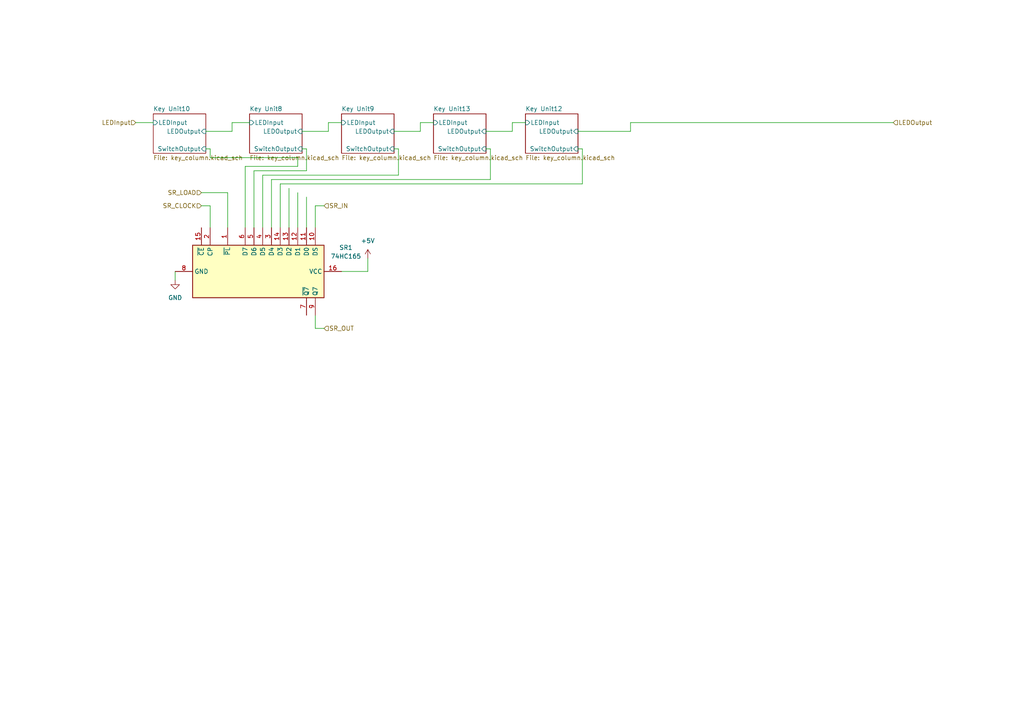
<source format=kicad_sch>
(kicad_sch (version 20230121) (generator eeschema)

  (uuid b5433d73-8168-423a-ba59-1e0a814d59a0)

  (paper "A4")

  (lib_symbols
    (symbol "74xx:74HC165" (in_bom yes) (on_board yes)
      (property "Reference" "U" (at -7.62 19.05 0)
        (effects (font (size 1.27 1.27)))
      )
      (property "Value" "74HC165" (at -7.62 -21.59 0)
        (effects (font (size 1.27 1.27)))
      )
      (property "Footprint" "" (at 0 0 0)
        (effects (font (size 1.27 1.27)) hide)
      )
      (property "Datasheet" "https://assets.nexperia.com/documents/data-sheet/74HC_HCT165.pdf" (at 0 0 0)
        (effects (font (size 1.27 1.27)) hide)
      )
      (property "ki_keywords" "8 bit shift register parallel load cmos" (at 0 0 0)
        (effects (font (size 1.27 1.27)) hide)
      )
      (property "ki_description" "Shift Register, 8-bit, Parallel Load" (at 0 0 0)
        (effects (font (size 1.27 1.27)) hide)
      )
      (property "ki_fp_filters" "DIP?16* SO*16*3.9x9.9mm*P1.27mm* SSOP*16*5.3x6.2mm*P0.65mm* TSSOP*16*4.4x5mm*P0.65*" (at 0 0 0)
        (effects (font (size 1.27 1.27)) hide)
      )
      (symbol "74HC165_1_0"
        (pin input line (at -12.7 -10.16 0) (length 5.08)
          (name "~{PL}" (effects (font (size 1.27 1.27))))
          (number "1" (effects (font (size 1.27 1.27))))
        )
        (pin input line (at -12.7 15.24 0) (length 5.08)
          (name "DS" (effects (font (size 1.27 1.27))))
          (number "10" (effects (font (size 1.27 1.27))))
        )
        (pin input line (at -12.7 12.7 0) (length 5.08)
          (name "D0" (effects (font (size 1.27 1.27))))
          (number "11" (effects (font (size 1.27 1.27))))
        )
        (pin input line (at -12.7 10.16 0) (length 5.08)
          (name "D1" (effects (font (size 1.27 1.27))))
          (number "12" (effects (font (size 1.27 1.27))))
        )
        (pin input line (at -12.7 7.62 0) (length 5.08)
          (name "D2" (effects (font (size 1.27 1.27))))
          (number "13" (effects (font (size 1.27 1.27))))
        )
        (pin input line (at -12.7 5.08 0) (length 5.08)
          (name "D3" (effects (font (size 1.27 1.27))))
          (number "14" (effects (font (size 1.27 1.27))))
        )
        (pin input line (at -12.7 -17.78 0) (length 5.08)
          (name "~{CE}" (effects (font (size 1.27 1.27))))
          (number "15" (effects (font (size 1.27 1.27))))
        )
        (pin power_in line (at 0 22.86 270) (length 5.08)
          (name "VCC" (effects (font (size 1.27 1.27))))
          (number "16" (effects (font (size 1.27 1.27))))
        )
        (pin input line (at -12.7 -15.24 0) (length 5.08)
          (name "CP" (effects (font (size 1.27 1.27))))
          (number "2" (effects (font (size 1.27 1.27))))
        )
        (pin input line (at -12.7 2.54 0) (length 5.08)
          (name "D4" (effects (font (size 1.27 1.27))))
          (number "3" (effects (font (size 1.27 1.27))))
        )
        (pin input line (at -12.7 0 0) (length 5.08)
          (name "D5" (effects (font (size 1.27 1.27))))
          (number "4" (effects (font (size 1.27 1.27))))
        )
        (pin input line (at -12.7 -2.54 0) (length 5.08)
          (name "D6" (effects (font (size 1.27 1.27))))
          (number "5" (effects (font (size 1.27 1.27))))
        )
        (pin input line (at -12.7 -5.08 0) (length 5.08)
          (name "D7" (effects (font (size 1.27 1.27))))
          (number "6" (effects (font (size 1.27 1.27))))
        )
        (pin output line (at 12.7 12.7 180) (length 5.08)
          (name "~{Q7}" (effects (font (size 1.27 1.27))))
          (number "7" (effects (font (size 1.27 1.27))))
        )
        (pin power_in line (at 0 -25.4 90) (length 5.08)
          (name "GND" (effects (font (size 1.27 1.27))))
          (number "8" (effects (font (size 1.27 1.27))))
        )
        (pin output line (at 12.7 15.24 180) (length 5.08)
          (name "Q7" (effects (font (size 1.27 1.27))))
          (number "9" (effects (font (size 1.27 1.27))))
        )
      )
      (symbol "74HC165_1_1"
        (rectangle (start -7.62 17.78) (end 7.62 -20.32)
          (stroke (width 0.254) (type default))
          (fill (type background))
        )
      )
    )
    (symbol "power:+5V" (power) (pin_names (offset 0)) (in_bom yes) (on_board yes)
      (property "Reference" "#PWR" (at 0 -3.81 0)
        (effects (font (size 1.27 1.27)) hide)
      )
      (property "Value" "+5V" (at 0 3.556 0)
        (effects (font (size 1.27 1.27)))
      )
      (property "Footprint" "" (at 0 0 0)
        (effects (font (size 1.27 1.27)) hide)
      )
      (property "Datasheet" "" (at 0 0 0)
        (effects (font (size 1.27 1.27)) hide)
      )
      (property "ki_keywords" "global power" (at 0 0 0)
        (effects (font (size 1.27 1.27)) hide)
      )
      (property "ki_description" "Power symbol creates a global label with name \"+5V\"" (at 0 0 0)
        (effects (font (size 1.27 1.27)) hide)
      )
      (symbol "+5V_0_1"
        (polyline
          (pts
            (xy -0.762 1.27)
            (xy 0 2.54)
          )
          (stroke (width 0) (type default))
          (fill (type none))
        )
        (polyline
          (pts
            (xy 0 0)
            (xy 0 2.54)
          )
          (stroke (width 0) (type default))
          (fill (type none))
        )
        (polyline
          (pts
            (xy 0 2.54)
            (xy 0.762 1.27)
          )
          (stroke (width 0) (type default))
          (fill (type none))
        )
      )
      (symbol "+5V_1_1"
        (pin power_in line (at 0 0 90) (length 0) hide
          (name "+5V" (effects (font (size 1.27 1.27))))
          (number "1" (effects (font (size 1.27 1.27))))
        )
      )
    )
    (symbol "power:GND" (power) (pin_names (offset 0)) (in_bom yes) (on_board yes)
      (property "Reference" "#PWR" (at 0 -6.35 0)
        (effects (font (size 1.27 1.27)) hide)
      )
      (property "Value" "GND" (at 0 -3.81 0)
        (effects (font (size 1.27 1.27)))
      )
      (property "Footprint" "" (at 0 0 0)
        (effects (font (size 1.27 1.27)) hide)
      )
      (property "Datasheet" "" (at 0 0 0)
        (effects (font (size 1.27 1.27)) hide)
      )
      (property "ki_keywords" "global power" (at 0 0 0)
        (effects (font (size 1.27 1.27)) hide)
      )
      (property "ki_description" "Power symbol creates a global label with name \"GND\" , ground" (at 0 0 0)
        (effects (font (size 1.27 1.27)) hide)
      )
      (symbol "GND_0_1"
        (polyline
          (pts
            (xy 0 0)
            (xy 0 -1.27)
            (xy 1.27 -1.27)
            (xy 0 -2.54)
            (xy -1.27 -1.27)
            (xy 0 -1.27)
          )
          (stroke (width 0) (type default))
          (fill (type none))
        )
      )
      (symbol "GND_1_1"
        (pin power_in line (at 0 0 270) (length 0) hide
          (name "GND" (effects (font (size 1.27 1.27))))
          (number "1" (effects (font (size 1.27 1.27))))
        )
      )
    )
  )


  (wire (pts (xy 91.44 59.69) (xy 93.98 59.69))
    (stroke (width 0) (type default))
    (uuid 01407cf0-81c4-4a9e-8882-1ea48eae098a)
  )
  (wire (pts (xy 115.57 50.8) (xy 76.2 50.8))
    (stroke (width 0) (type default))
    (uuid 066abf3e-034e-425b-a86e-b36be9eb69ad)
  )
  (wire (pts (xy 88.9 66.04) (xy 88.9 57.15))
    (stroke (width 0) (type default))
    (uuid 0b6c0d84-346a-43ec-8398-7dc04aa38500)
  )
  (wire (pts (xy 88.9 43.18) (xy 88.9 49.53))
    (stroke (width 0) (type default))
    (uuid 0d41152a-502e-49a0-828c-10d92f68a966)
  )
  (wire (pts (xy 91.44 95.25) (xy 93.98 95.25))
    (stroke (width 0) (type default))
    (uuid 12280a1d-fb65-4b87-b3ec-29d1b3701879)
  )
  (wire (pts (xy 66.04 55.88) (xy 66.04 66.04))
    (stroke (width 0) (type default))
    (uuid 1554fa9e-8727-4fa5-8c2b-d5aec69628c8)
  )
  (wire (pts (xy 60.96 59.69) (xy 60.96 66.04))
    (stroke (width 0) (type default))
    (uuid 20e9d459-8376-464a-8306-c292dc757be5)
  )
  (wire (pts (xy 168.91 53.34) (xy 168.91 43.18))
    (stroke (width 0) (type default))
    (uuid 288dd259-68de-4fb9-a77e-b1d08f3e2347)
  )
  (wire (pts (xy 88.9 49.53) (xy 73.66 49.53))
    (stroke (width 0) (type default))
    (uuid 32b9f986-d11d-4551-856f-7281638c60f2)
  )
  (wire (pts (xy 71.12 48.26) (xy 86.36 48.26))
    (stroke (width 0) (type default))
    (uuid 34ead013-b6e8-48ea-8ca2-d9fa0c53e79e)
  )
  (wire (pts (xy 167.64 38.1) (xy 182.88 38.1))
    (stroke (width 0) (type default))
    (uuid 35577ee2-4828-4ef6-a501-f3406ae88553)
  )
  (wire (pts (xy 114.3 38.1) (xy 121.92 38.1))
    (stroke (width 0) (type default))
    (uuid 3c86ab51-7a49-4272-9314-3fc6ccdbda2d)
  )
  (wire (pts (xy 114.3 43.18) (xy 115.57 43.18))
    (stroke (width 0) (type default))
    (uuid 471a2f59-f66d-451f-b382-c6436b95f9c3)
  )
  (wire (pts (xy 95.25 35.56) (xy 99.06 35.56))
    (stroke (width 0) (type default))
    (uuid 51b914c6-1f31-40b5-815c-39ec370a7fdb)
  )
  (wire (pts (xy 106.68 74.93) (xy 106.68 78.74))
    (stroke (width 0) (type default))
    (uuid 64eadc0c-ace1-401c-ad6e-624e0dcd7e2b)
  )
  (wire (pts (xy 106.68 78.74) (xy 99.06 78.74))
    (stroke (width 0) (type default))
    (uuid 65749821-1215-409f-a16f-fa03d3f9528b)
  )
  (wire (pts (xy 39.37 35.56) (xy 44.45 35.56))
    (stroke (width 0) (type default))
    (uuid 659e2f89-00de-4c18-9f60-9be7de9c282d)
  )
  (wire (pts (xy 87.63 43.18) (xy 88.9 43.18))
    (stroke (width 0) (type default))
    (uuid 68efa617-6663-460f-b516-d653960ca1d2)
  )
  (wire (pts (xy 71.12 66.04) (xy 71.12 48.26))
    (stroke (width 0) (type default))
    (uuid 71b33c23-64dc-4c53-9513-52da0495dce2)
  )
  (wire (pts (xy 73.66 49.53) (xy 73.66 66.04))
    (stroke (width 0) (type default))
    (uuid 76ffee33-e2e8-4c5e-a142-20d7245589fb)
  )
  (wire (pts (xy 121.92 38.1) (xy 121.92 35.56))
    (stroke (width 0) (type default))
    (uuid 7cd60965-62ed-4291-978e-a4d04b61ccb0)
  )
  (wire (pts (xy 50.8 78.74) (xy 50.8 81.28))
    (stroke (width 0) (type default))
    (uuid 7ed36b4d-9d56-4461-af6f-1d0486c1e937)
  )
  (wire (pts (xy 78.74 66.04) (xy 78.74 52.07))
    (stroke (width 0) (type default))
    (uuid 81e024cf-5ede-463f-a424-b4e90c25aa8b)
  )
  (wire (pts (xy 86.36 66.04) (xy 86.36 55.88))
    (stroke (width 0) (type default))
    (uuid 83828f3d-4f79-4ccf-ab40-d57797277fe0)
  )
  (wire (pts (xy 140.97 38.1) (xy 148.59 38.1))
    (stroke (width 0) (type default))
    (uuid 8b29efb8-460a-4de0-8de0-3b444633e7e7)
  )
  (wire (pts (xy 86.36 45.72) (xy 60.96 45.72))
    (stroke (width 0) (type default))
    (uuid 8ecee06f-df23-4f31-9383-a25700ee4a7d)
  )
  (wire (pts (xy 60.96 45.72) (xy 60.96 43.18))
    (stroke (width 0) (type default))
    (uuid 907ebfe1-9a7d-4c2b-a524-77dd352631d9)
  )
  (wire (pts (xy 86.36 48.26) (xy 86.36 45.72))
    (stroke (width 0) (type default))
    (uuid 922f84cc-cc44-4009-a30c-541c1a7de47d)
  )
  (wire (pts (xy 95.25 38.1) (xy 95.25 35.56))
    (stroke (width 0) (type default))
    (uuid 93b7cc12-05e8-484e-9a65-6f29dc42a484)
  )
  (wire (pts (xy 58.42 59.69) (xy 60.96 59.69))
    (stroke (width 0) (type default))
    (uuid 971d1808-9e74-4b38-b639-94dc34311efa)
  )
  (wire (pts (xy 67.31 38.1) (xy 67.31 35.56))
    (stroke (width 0) (type default))
    (uuid 98ce4da6-5dd6-49cd-a57b-8f0553980e35)
  )
  (wire (pts (xy 91.44 91.44) (xy 91.44 95.25))
    (stroke (width 0) (type default))
    (uuid a1470ba7-84f4-4040-82a5-dac1acf37d08)
  )
  (wire (pts (xy 76.2 50.8) (xy 76.2 66.04))
    (stroke (width 0) (type default))
    (uuid a2aa086e-ef25-4753-be3e-778505ce5843)
  )
  (wire (pts (xy 148.59 38.1) (xy 148.59 35.56))
    (stroke (width 0) (type default))
    (uuid a4c5867f-0d00-4d59-a6c9-e766332090e1)
  )
  (wire (pts (xy 67.31 35.56) (xy 72.39 35.56))
    (stroke (width 0) (type default))
    (uuid a7dbbb53-82b4-42d9-ad68-50ab5686d4f2)
  )
  (wire (pts (xy 142.24 43.18) (xy 140.97 43.18))
    (stroke (width 0) (type default))
    (uuid b07d073f-5123-46d1-a4ad-c29f30730004)
  )
  (wire (pts (xy 121.92 35.56) (xy 125.73 35.56))
    (stroke (width 0) (type default))
    (uuid b1162d42-97bd-4e68-82d9-666289addf84)
  )
  (wire (pts (xy 182.88 35.56) (xy 259.08 35.56))
    (stroke (width 0) (type default))
    (uuid b5c022bc-cd85-4459-bc79-03c5427e6e0d)
  )
  (wire (pts (xy 58.42 55.88) (xy 66.04 55.88))
    (stroke (width 0) (type default))
    (uuid b7ed8a3a-d3a5-4340-ab62-8ab0dbdb2d9d)
  )
  (wire (pts (xy 81.28 53.34) (xy 168.91 53.34))
    (stroke (width 0) (type default))
    (uuid bb56cd1e-e666-402b-a5f6-a63cb31369e0)
  )
  (wire (pts (xy 78.74 52.07) (xy 142.24 52.07))
    (stroke (width 0) (type default))
    (uuid c1e68335-29cd-4d8f-88cb-a173dc235cf0)
  )
  (wire (pts (xy 59.69 38.1) (xy 67.31 38.1))
    (stroke (width 0) (type default))
    (uuid ca6632a5-17b0-497b-a133-d80cf168c0d4)
  )
  (wire (pts (xy 168.91 43.18) (xy 167.64 43.18))
    (stroke (width 0) (type default))
    (uuid d64416cd-986b-47b4-bc7e-29fcbbc80843)
  )
  (wire (pts (xy 83.82 66.04) (xy 83.82 54.61))
    (stroke (width 0) (type default))
    (uuid d88e2686-0fb0-4f87-bacd-27d5c333ddc8)
  )
  (wire (pts (xy 182.88 38.1) (xy 182.88 35.56))
    (stroke (width 0) (type default))
    (uuid de13bb11-428f-424b-a821-ac4079c7b2a0)
  )
  (wire (pts (xy 91.44 66.04) (xy 91.44 59.69))
    (stroke (width 0) (type default))
    (uuid e4d1965d-02e7-4ea8-b080-f7ca2b82ef12)
  )
  (wire (pts (xy 142.24 52.07) (xy 142.24 43.18))
    (stroke (width 0) (type default))
    (uuid e74283f0-75ff-49a4-a615-3f448fb43579)
  )
  (wire (pts (xy 148.59 35.56) (xy 152.4 35.56))
    (stroke (width 0) (type default))
    (uuid ec7412bd-99d2-4945-b15e-319e3c9ae2ee)
  )
  (wire (pts (xy 115.57 43.18) (xy 115.57 50.8))
    (stroke (width 0) (type default))
    (uuid ecffd126-97bf-4348-a204-4cdba391a6c7)
  )
  (wire (pts (xy 87.63 38.1) (xy 95.25 38.1))
    (stroke (width 0) (type default))
    (uuid f3c2fabe-4cfe-443a-a892-508f762d0fb7)
  )
  (wire (pts (xy 60.96 43.18) (xy 59.69 43.18))
    (stroke (width 0) (type default))
    (uuid fced4ea6-e595-4f23-b84c-3a3fac688a9c)
  )
  (wire (pts (xy 81.28 66.04) (xy 81.28 53.34))
    (stroke (width 0) (type default))
    (uuid ff853b8c-c7c1-40e2-906a-0adccebd773c)
  )

  (hierarchical_label "LEDOutput" (shape input) (at 259.08 35.56 0) (fields_autoplaced)
    (effects (font (size 1.27 1.27)) (justify left))
    (uuid 0c556061-2220-45e2-a29c-c1f8e9ee866e)
  )
  (hierarchical_label "LEDInput" (shape input) (at 39.37 35.56 180) (fields_autoplaced)
    (effects (font (size 1.27 1.27)) (justify right))
    (uuid 44113738-270c-4879-afb8-d512680b0c65)
  )
  (hierarchical_label "SR_IN" (shape input) (at 93.98 59.69 0) (fields_autoplaced)
    (effects (font (size 1.27 1.27)) (justify left))
    (uuid 53bda265-98fc-40b1-afbc-9280a2470d15)
  )
  (hierarchical_label "SR_LOAD" (shape input) (at 58.42 55.88 180) (fields_autoplaced)
    (effects (font (size 1.27 1.27)) (justify right))
    (uuid 7ee42df5-a2af-4cb8-af20-92318ac215d6)
  )
  (hierarchical_label "SR_OUT" (shape input) (at 93.98 95.25 0) (fields_autoplaced)
    (effects (font (size 1.27 1.27)) (justify left))
    (uuid 9b6e7cbe-d798-446b-b450-fd9fb5c9fd56)
  )
  (hierarchical_label "SR_CLOCK" (shape input) (at 58.42 59.69 180) (fields_autoplaced)
    (effects (font (size 1.27 1.27)) (justify right))
    (uuid c9754bab-b928-4417-9490-e2170d766075)
  )

  (symbol (lib_id "74xx:74HC165") (at 76.2 78.74 270) (unit 1)
    (in_bom yes) (on_board yes) (dnp no) (fields_autoplaced)
    (uuid 2891bfa9-e7c9-4080-a2ed-78195f9eb774)
    (property "Reference" "SR1" (at 100.33 71.8119 90)
      (effects (font (size 1.27 1.27)))
    )
    (property "Value" "74HC165" (at 100.33 74.3519 90)
      (effects (font (size 1.27 1.27)))
    )
    (property "Footprint" "Package_SO:SOIC-16_3.9x9.9mm_P1.27mm" (at 76.2 78.74 0)
      (effects (font (size 1.27 1.27)) hide)
    )
    (property "Datasheet" "https://assets.nexperia.com/documents/data-sheet/74HC_HCT165.pdf" (at 76.2 78.74 0)
      (effects (font (size 1.27 1.27)) hide)
    )
    (pin "1" (uuid 145506d8-5b47-4045-a093-1bece6a596a5))
    (pin "10" (uuid 0d066bf3-dacc-40f5-adec-463ce8cd1b7f))
    (pin "11" (uuid 757353f0-bbff-40ae-bd13-8869963d5a37))
    (pin "12" (uuid 8f7b6999-475c-4ceb-8511-9bf3d4682012))
    (pin "13" (uuid 259cb7db-1b40-4e23-ade0-28d2a3ef4215))
    (pin "14" (uuid a8f38fd7-d296-4e51-a0b0-6b6423b0958d))
    (pin "15" (uuid 3c8ccf28-a743-4e74-a42f-60c259040311))
    (pin "16" (uuid 680abb57-af45-4ebf-8f26-ba1e0fd4e4fa))
    (pin "2" (uuid 00dcb64f-d541-4f27-9f0c-91c58216ea92))
    (pin "3" (uuid 70d21326-b870-4c6a-b94a-6cc88265400f))
    (pin "4" (uuid 5a241572-bc3f-420d-8847-ffbf71839e6a))
    (pin "5" (uuid e555aa43-4da1-4f53-8c29-98fc438b9453))
    (pin "6" (uuid 974d2315-8f4d-412d-96a7-16c87d9e8b91))
    (pin "7" (uuid eb132c0c-00e8-4387-8bb3-72985992cafd))
    (pin "8" (uuid 43f41439-6c07-4d6d-9ade-de5af3a06a68))
    (pin "9" (uuid a6255450-035d-4f82-a3fc-776c1c0c50db))
    (instances
      (project "PCB"
        (path "/d2f5552d-48c0-49b0-8e54-6764f47ed1da"
          (reference "SR1") (unit 1)
        )
        (path "/d2f5552d-48c0-49b0-8e54-6764f47ed1da/5a7a16c1-b018-4a19-b382-77ab07b68c52/1582c3de-543c-4343-bef4-d9d10feaf40b"
          (reference "SR32001") (unit 1)
        )
        (path "/d2f5552d-48c0-49b0-8e54-6764f47ed1da/5a7a16c1-b018-4a19-b382-77ab07b68c52/8a3a9d01-0728-4761-9204-28ad97bce56e"
          (reference "SR42001") (unit 1)
        )
        (path "/d2f5552d-48c0-49b0-8e54-6764f47ed1da/5a7a16c1-b018-4a19-b382-77ab07b68c52/bf5ae46c-467f-4974-ac0b-0ca2949fecda"
          (reference "SR54001") (unit 1)
        )
        (path "/d2f5552d-48c0-49b0-8e54-6764f47ed1da/5a7a16c1-b018-4a19-b382-77ab07b68c52/a6a10d57-85b9-4087-8110-b18657c2ca5d"
          (reference "SR15001") (unit 1)
        )
        (path "/d2f5552d-48c0-49b0-8e54-6764f47ed1da/5a7a16c1-b018-4a19-b382-77ab07b68c52/17e3b05e-637e-469f-afe7-d1a0032bff57"
          (reference "SR16001") (unit 1)
        )
        (path "/d2f5552d-48c0-49b0-8e54-6764f47ed1da/5a7a16c1-b018-4a19-b382-77ab07b68c52/b90356d4-6aa3-46f3-ae28-c6a10d128b09"
          (reference "SR29001") (unit 1)
        )
      )
    )
  )

  (symbol (lib_id "power:+5V") (at 106.68 74.93 0) (unit 1)
    (in_bom yes) (on_board yes) (dnp no) (fields_autoplaced)
    (uuid 8800d5c5-ad8c-4379-ad78-bac24c4f06e5)
    (property "Reference" "#PWR038" (at 106.68 78.74 0)
      (effects (font (size 1.27 1.27)) hide)
    )
    (property "Value" "+5V" (at 106.68 69.85 0)
      (effects (font (size 1.27 1.27)))
    )
    (property "Footprint" "" (at 106.68 74.93 0)
      (effects (font (size 1.27 1.27)) hide)
    )
    (property "Datasheet" "" (at 106.68 74.93 0)
      (effects (font (size 1.27 1.27)) hide)
    )
    (pin "1" (uuid 75d6616b-1f25-49cf-b1f3-fb49c779f5f4))
    (instances
      (project "PCB"
        (path "/d2f5552d-48c0-49b0-8e54-6764f47ed1da"
          (reference "#PWR038") (unit 1)
        )
        (path "/d2f5552d-48c0-49b0-8e54-6764f47ed1da/5a7a16c1-b018-4a19-b382-77ab07b68c52/1582c3de-543c-4343-bef4-d9d10feaf40b"
          (reference "#PWR032002") (unit 1)
        )
        (path "/d2f5552d-48c0-49b0-8e54-6764f47ed1da/5a7a16c1-b018-4a19-b382-77ab07b68c52/8a3a9d01-0728-4761-9204-28ad97bce56e"
          (reference "#PWR042002") (unit 1)
        )
        (path "/d2f5552d-48c0-49b0-8e54-6764f47ed1da/5a7a16c1-b018-4a19-b382-77ab07b68c52/bf5ae46c-467f-4974-ac0b-0ca2949fecda"
          (reference "#PWR054002") (unit 1)
        )
        (path "/d2f5552d-48c0-49b0-8e54-6764f47ed1da/5a7a16c1-b018-4a19-b382-77ab07b68c52/a6a10d57-85b9-4087-8110-b18657c2ca5d"
          (reference "#PWR015002") (unit 1)
        )
        (path "/d2f5552d-48c0-49b0-8e54-6764f47ed1da/5a7a16c1-b018-4a19-b382-77ab07b68c52/17e3b05e-637e-469f-afe7-d1a0032bff57"
          (reference "#PWR016002") (unit 1)
        )
        (path "/d2f5552d-48c0-49b0-8e54-6764f47ed1da/5a7a16c1-b018-4a19-b382-77ab07b68c52/b90356d4-6aa3-46f3-ae28-c6a10d128b09"
          (reference "#PWR029002") (unit 1)
        )
      )
    )
  )

  (symbol (lib_id "power:GND") (at 50.8 81.28 0) (unit 1)
    (in_bom yes) (on_board yes) (dnp no) (fields_autoplaced)
    (uuid abaa40ff-4c18-420e-8b55-f4416268c2bf)
    (property "Reference" "#PWR037" (at 50.8 87.63 0)
      (effects (font (size 1.27 1.27)) hide)
    )
    (property "Value" "GND" (at 50.8 86.36 0)
      (effects (font (size 1.27 1.27)))
    )
    (property "Footprint" "" (at 50.8 81.28 0)
      (effects (font (size 1.27 1.27)) hide)
    )
    (property "Datasheet" "" (at 50.8 81.28 0)
      (effects (font (size 1.27 1.27)) hide)
    )
    (pin "1" (uuid 2e46a9fd-ddea-46e2-b454-0e6b9d863d53))
    (instances
      (project "PCB"
        (path "/d2f5552d-48c0-49b0-8e54-6764f47ed1da"
          (reference "#PWR037") (unit 1)
        )
        (path "/d2f5552d-48c0-49b0-8e54-6764f47ed1da/5a7a16c1-b018-4a19-b382-77ab07b68c52/1582c3de-543c-4343-bef4-d9d10feaf40b"
          (reference "#PWR032001") (unit 1)
        )
        (path "/d2f5552d-48c0-49b0-8e54-6764f47ed1da/5a7a16c1-b018-4a19-b382-77ab07b68c52/8a3a9d01-0728-4761-9204-28ad97bce56e"
          (reference "#PWR042001") (unit 1)
        )
        (path "/d2f5552d-48c0-49b0-8e54-6764f47ed1da/5a7a16c1-b018-4a19-b382-77ab07b68c52/bf5ae46c-467f-4974-ac0b-0ca2949fecda"
          (reference "#PWR054001") (unit 1)
        )
        (path "/d2f5552d-48c0-49b0-8e54-6764f47ed1da/5a7a16c1-b018-4a19-b382-77ab07b68c52/a6a10d57-85b9-4087-8110-b18657c2ca5d"
          (reference "#PWR015001") (unit 1)
        )
        (path "/d2f5552d-48c0-49b0-8e54-6764f47ed1da/5a7a16c1-b018-4a19-b382-77ab07b68c52/17e3b05e-637e-469f-afe7-d1a0032bff57"
          (reference "#PWR016001") (unit 1)
        )
        (path "/d2f5552d-48c0-49b0-8e54-6764f47ed1da/5a7a16c1-b018-4a19-b382-77ab07b68c52/b90356d4-6aa3-46f3-ae28-c6a10d128b09"
          (reference "#PWR029001") (unit 1)
        )
      )
    )
  )

  (sheet (at 44.45 33.02) (size 15.24 11.43) (fields_autoplaced)
    (stroke (width 0.1524) (type solid))
    (fill (color 0 0 0 0.0000))
    (uuid 1aed39e0-978f-4aa8-b3bc-085a932926af)
    (property "Sheetname" "Key Unit10" (at 44.45 32.3084 0)
      (effects (font (size 1.27 1.27)) (justify left bottom))
    )
    (property "Sheetfile" "key_column.kicad_sch" (at 44.45 45.0346 0)
      (effects (font (size 1.27 1.27)) (justify left top))
    )
    (pin "LEDOutput" input (at 59.69 38.1 0)
      (effects (font (size 1.27 1.27)) (justify right))
      (uuid b06a617e-8f11-4e65-aade-fc1b512c77e5)
    )
    (pin "SwitchOutput" input (at 59.69 43.18 0)
      (effects (font (size 1.27 1.27)) (justify right))
      (uuid 85200f15-f062-4dd3-9558-365ceea5e8a3)
    )
    (pin "LEDInput" input (at 44.45 35.56 180)
      (effects (font (size 1.27 1.27)) (justify left))
      (uuid 7869bfe5-88e0-4b26-93c4-54f06f7f4f15)
    )
    (instances
      (project "PCB"
        (path "/d2f5552d-48c0-49b0-8e54-6764f47ed1da" (page "2"))
        (path "/d2f5552d-48c0-49b0-8e54-6764f47ed1da/5a7a16c1-b018-4a19-b382-77ab07b68c52/b90356d4-6aa3-46f3-ae28-c6a10d128b09" (page "55"))
      )
    )
  )

  (sheet (at 99.06 33.02) (size 15.24 11.43) (fields_autoplaced)
    (stroke (width 0.1524) (type solid))
    (fill (color 0 0 0 0.0000))
    (uuid 63489790-64c2-45c0-a8d4-4accc0477c18)
    (property "Sheetname" "Key Unit9" (at 99.06 32.3084 0)
      (effects (font (size 1.27 1.27)) (justify left bottom))
    )
    (property "Sheetfile" "key_column.kicad_sch" (at 99.06 45.0346 0)
      (effects (font (size 1.27 1.27)) (justify left top))
    )
    (pin "LEDOutput" input (at 114.3 38.1 0)
      (effects (font (size 1.27 1.27)) (justify right))
      (uuid b978f51d-1eaa-492d-b3ba-2e33aa2295d4)
    )
    (pin "SwitchOutput" input (at 114.3 43.18 0)
      (effects (font (size 1.27 1.27)) (justify right))
      (uuid 6eec1328-20e6-43f6-8d97-5bf14bd4322a)
    )
    (pin "LEDInput" input (at 99.06 35.56 180)
      (effects (font (size 1.27 1.27)) (justify left))
      (uuid 5254499e-b8ac-4aa9-af73-396386b980d0)
    )
    (instances
      (project "PCB"
        (path "/d2f5552d-48c0-49b0-8e54-6764f47ed1da" (page "4"))
        (path "/d2f5552d-48c0-49b0-8e54-6764f47ed1da/5a7a16c1-b018-4a19-b382-77ab07b68c52/b90356d4-6aa3-46f3-ae28-c6a10d128b09" (page "43"))
      )
    )
  )

  (sheet (at 152.4 33.02) (size 15.24 11.43) (fields_autoplaced)
    (stroke (width 0.1524) (type solid))
    (fill (color 0 0 0 0.0000))
    (uuid 9e431db9-2255-4634-b170-6e0beed93081)
    (property "Sheetname" "Key Unit12" (at 152.4 32.3084 0)
      (effects (font (size 1.27 1.27)) (justify left bottom))
    )
    (property "Sheetfile" "key_column.kicad_sch" (at 152.4 45.0346 0)
      (effects (font (size 1.27 1.27)) (justify left top))
    )
    (pin "LEDOutput" input (at 167.64 38.1 0)
      (effects (font (size 1.27 1.27)) (justify right))
      (uuid 409e42a0-3671-4b68-b7ef-c5d421c012c7)
    )
    (pin "SwitchOutput" input (at 167.64 43.18 0)
      (effects (font (size 1.27 1.27)) (justify right))
      (uuid 2c306338-1b46-4fb7-a96d-2fb74268522d)
    )
    (pin "LEDInput" input (at 152.4 35.56 180)
      (effects (font (size 1.27 1.27)) (justify left))
      (uuid 19ff65c0-f655-422c-a48c-0bdee5ed6d4f)
    )
    (instances
      (project "PCB"
        (path "/d2f5552d-48c0-49b0-8e54-6764f47ed1da" (page "6"))
        (path "/d2f5552d-48c0-49b0-8e54-6764f47ed1da/5a7a16c1-b018-4a19-b382-77ab07b68c52/b90356d4-6aa3-46f3-ae28-c6a10d128b09" (page "41"))
      )
    )
  )

  (sheet (at 72.39 33.02) (size 15.24 11.43) (fields_autoplaced)
    (stroke (width 0.1524) (type solid))
    (fill (color 0 0 0 0.0000))
    (uuid bbe05190-6680-4ca5-9a9b-e66caa144f22)
    (property "Sheetname" "Key Unit8" (at 72.39 32.3084 0)
      (effects (font (size 1.27 1.27)) (justify left bottom))
    )
    (property "Sheetfile" "key_column.kicad_sch" (at 72.39 45.0346 0)
      (effects (font (size 1.27 1.27)) (justify left top))
    )
    (pin "LEDOutput" input (at 87.63 38.1 0)
      (effects (font (size 1.27 1.27)) (justify right))
      (uuid f7d83e5f-ed8d-49ee-949f-bd769790683b)
    )
    (pin "SwitchOutput" input (at 87.63 43.18 0)
      (effects (font (size 1.27 1.27)) (justify right))
      (uuid 9dfc07f6-33e4-4245-9b12-4865f9d67824)
    )
    (pin "LEDInput" input (at 72.39 35.56 180)
      (effects (font (size 1.27 1.27)) (justify left))
      (uuid 2295d441-fef4-4bd3-b189-197266587ca5)
    )
    (instances
      (project "PCB"
        (path "/d2f5552d-48c0-49b0-8e54-6764f47ed1da" (page "3"))
        (path "/d2f5552d-48c0-49b0-8e54-6764f47ed1da/5a7a16c1-b018-4a19-b382-77ab07b68c52/b90356d4-6aa3-46f3-ae28-c6a10d128b09" (page "23"))
      )
    )
  )

  (sheet (at 125.73 33.02) (size 15.24 11.43) (fields_autoplaced)
    (stroke (width 0.1524) (type solid))
    (fill (color 0 0 0 0.0000))
    (uuid ca3a7040-0e68-41a0-95f9-42cd9cbd044d)
    (property "Sheetname" "Key Unit13" (at 125.73 32.3084 0)
      (effects (font (size 1.27 1.27)) (justify left bottom))
    )
    (property "Sheetfile" "key_column.kicad_sch" (at 125.73 45.0346 0)
      (effects (font (size 1.27 1.27)) (justify left top))
    )
    (pin "LEDOutput" input (at 140.97 38.1 0)
      (effects (font (size 1.27 1.27)) (justify right))
      (uuid 52c0fc25-1c44-41bc-96b8-8ac344f4c964)
    )
    (pin "SwitchOutput" input (at 140.97 43.18 0)
      (effects (font (size 1.27 1.27)) (justify right))
      (uuid 8cc6baee-5f92-45e7-a475-75e46d3cfdb5)
    )
    (pin "LEDInput" input (at 125.73 35.56 180)
      (effects (font (size 1.27 1.27)) (justify left))
      (uuid ab27f8ca-8703-4aa9-94de-c8c21678c45a)
    )
    (instances
      (project "PCB"
        (path "/d2f5552d-48c0-49b0-8e54-6764f47ed1da" (page "5"))
        (path "/d2f5552d-48c0-49b0-8e54-6764f47ed1da/5a7a16c1-b018-4a19-b382-77ab07b68c52/b90356d4-6aa3-46f3-ae28-c6a10d128b09" (page "49"))
      )
    )
  )
)

</source>
